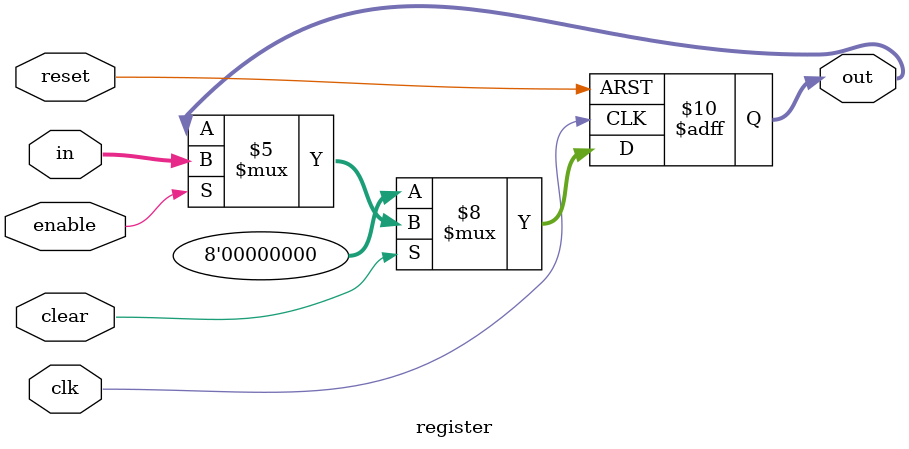
<source format=sv>
module register
#(  parameter size = 8)
(
    input clk,
    input reset,
    input enable,
    input [size - 1 : 0] in,
    input clear,

    output reg [size - 1 : 0] out
);

always_ff @(posedge clk or negedge reset) begin
    if (!reset)         out <= 0;
    else if (!clear)    out <= 0;
    else if (enable)    out <= in;
    else                out <= out;
end

endmodule
</source>
